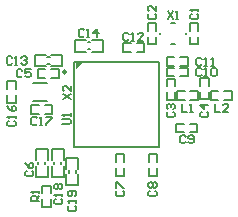
<source format=gto>
G04*
G04 #@! TF.GenerationSoftware,Altium Limited,Altium Designer,19.0.15 (446)*
G04*
G04 Layer_Color=65535*
%FSLAX24Y24*%
%MOIN*%
G70*
G01*
G75*
%ADD10C,0.0098*%
%ADD11C,0.0060*%
%ADD12C,0.0079*%
G36*
X-1181Y1378D02*
X-1378Y1181D01*
Y1378D01*
X-1181Y1378D01*
D02*
G37*
D10*
X-1699Y1083D02*
G03*
X-1699Y1083I-49J0D01*
G01*
D11*
X-2188Y-2963D02*
Y-2717D01*
Y-3406D02*
Y-3159D01*
X-2483Y-2963D02*
Y-2717D01*
Y-3406D02*
Y-3159D01*
Y-3406D02*
X-2188D01*
X-2483Y-2717D02*
X-2188D01*
X1312Y2459D02*
Y2715D01*
Y2006D02*
Y2262D01*
X1037Y2459D02*
Y2715D01*
Y2006D02*
Y2262D01*
Y2006D02*
X1312D01*
X1037Y2715D02*
X1312D01*
X2300Y2337D02*
Y2384D01*
X1812Y2014D02*
X1937D01*
X1449Y2337D02*
Y2384D01*
X1812Y2707D02*
X1937D01*
X2437Y2006D02*
Y2262D01*
Y2459D02*
Y2715D01*
X2712Y2006D02*
Y2262D01*
Y2459D02*
Y2715D01*
X2437D02*
X2712D01*
X2437Y2006D02*
X2712D01*
X2106Y1289D02*
X2362D01*
X1654D02*
X1909D01*
X2106Y1565D02*
X2362D01*
X1654D02*
X1909D01*
X1654Y1289D02*
Y1565D01*
X2362Y1289D02*
Y1565D01*
X207Y2037D02*
X463D01*
X659D02*
X915D01*
X207Y1762D02*
X463D01*
X659D02*
X915D01*
Y2037D01*
X207Y1762D02*
Y2037D01*
X1654Y935D02*
Y1211D01*
X2362Y935D02*
Y1211D01*
X2106Y935D02*
X2362D01*
X1654D02*
X1909D01*
X2106Y1211D02*
X2362D01*
X1654D02*
X1909D01*
X1654Y148D02*
X1930D01*
X1654Y856D02*
X1930D01*
Y601D02*
Y856D01*
Y148D02*
Y404D01*
X1654Y601D02*
Y856D01*
Y148D02*
Y404D01*
X2450Y164D02*
X2706D01*
X1998D02*
X2254D01*
X2450Y440D02*
X2706D01*
X1998D02*
X2254Y440D01*
X1998Y164D02*
Y440D01*
X2706Y164D02*
Y440D01*
X2778Y166D02*
X3054D01*
X2778Y874D02*
X3054D01*
X3054Y618D02*
X3054Y874D01*
Y166D02*
Y422D01*
X2778Y874D02*
X2778Y618D01*
X2778Y166D02*
X2778Y422D01*
X3578Y164D02*
X3834D01*
X3126D02*
X3382D01*
X3578Y440D02*
X3834D01*
X3126D02*
X3382D01*
X3126Y164D02*
Y440D01*
X3834Y164D02*
Y440D01*
X2421Y-925D02*
X2677D01*
X1968D02*
X2224D01*
X2421Y-650D02*
X2677D01*
X1968D02*
X2224D01*
X1968Y-925D02*
Y-650D01*
X2677Y-925D02*
Y-650D01*
X1053Y-2372D02*
X1329D01*
X1053Y-1663D02*
X1329D01*
Y-1919D02*
Y-1663D01*
Y-2372D02*
Y-2116D01*
X1053Y-1919D02*
Y-1663D01*
Y-2372D02*
Y-2116D01*
X-39Y-2372D02*
X236D01*
X-39Y-1663D02*
X236D01*
Y-1919D02*
Y-1663D01*
Y-2372D02*
Y-2116D01*
X-39Y-1919D02*
Y-1663D01*
Y-2372D02*
Y-2116D01*
X-2168Y-2411D02*
X-1774D01*
X-2168Y-1486D02*
X-1774D01*
Y-1850D02*
Y-1486D01*
Y-2411D02*
Y-2047D01*
X-2168Y-1850D02*
Y-1486D01*
Y-2411D02*
Y-2047D01*
X-2700Y-2411D02*
X-2306D01*
X-2700Y-1486D02*
X-2306D01*
Y-1850D02*
Y-1486D01*
Y-2411D02*
Y-2047D01*
X-2700Y-1850D02*
Y-1486D01*
Y-2411D02*
Y-2047D01*
X-2746Y1270D02*
Y1663D01*
X-1821Y1270D02*
Y1663D01*
X-2185Y1270D02*
X-1821D01*
X-2746D02*
X-2382D01*
X-2185Y1663D02*
X-1821D01*
X-2746D02*
X-2382D01*
X-2648Y896D02*
Y1171D01*
X-1939Y896D02*
Y1171D01*
X-2195Y896D02*
X-1939D01*
X-2648D02*
X-2392D01*
X-2195Y1171D02*
X-1939D01*
X-2648D02*
X-2392D01*
X-2865Y-305D02*
Y-30D01*
X-2156Y-305D02*
Y-30D01*
X-2412Y-305D02*
X-2156D01*
X-2865D02*
X-2609D01*
X-2412Y-30D02*
X-2156D01*
X-2865D02*
X-2609D01*
X-3652Y768D02*
X-3377D01*
X-3652Y59D02*
X-3377D01*
X-3652D02*
Y315D01*
Y512D02*
Y768D01*
X-3377Y59D02*
Y315D01*
Y512D02*
Y768D01*
X-1693Y-2697D02*
X-1299D01*
X-1693Y-1772D02*
X-1299D01*
Y-2136D02*
Y-1772D01*
Y-2697D02*
Y-2333D01*
X-1693Y-2136D02*
Y-1772D01*
Y-2697D02*
Y-2333D01*
X-1388Y1762D02*
Y2156D01*
X-463Y1762D02*
Y2156D01*
X-827Y1762D02*
X-463D01*
X-1388D02*
X-1024D01*
X-827Y2156D02*
X-463D01*
X-1388D02*
X-1024D01*
X-2589Y-3231D02*
X-2858D01*
Y-3096D01*
X-2814Y-3051D01*
X-2724D01*
X-2679Y-3096D01*
Y-3231D01*
Y-3141D02*
X-2589Y-3051D01*
Y-2961D02*
Y-2871D01*
Y-2916D01*
X-2858D01*
X-2814Y-2961D01*
X1082Y3011D02*
X1037Y2966D01*
Y2876D01*
X1082Y2831D01*
X1262D01*
X1307Y2876D01*
Y2966D01*
X1262Y3011D01*
X1307Y3280D02*
Y3101D01*
X1127Y3280D01*
X1082D01*
X1037Y3235D01*
Y3146D01*
X1082Y3101D01*
X1687Y3121D02*
X1867Y2851D01*
Y3121D02*
X1687Y2851D01*
X1957D02*
X2047D01*
X2002D01*
Y3121D01*
X1957Y3076D01*
X2492Y3011D02*
X2447Y2966D01*
Y2876D01*
X2492Y2831D01*
X2672D01*
X2717Y2876D01*
Y2966D01*
X2672Y3011D01*
X2717Y3101D02*
Y3191D01*
Y3146D01*
X2447D01*
X2492Y3101D01*
X2827Y1517D02*
X2782Y1562D01*
X2692D01*
X2647Y1517D01*
Y1337D01*
X2692Y1292D01*
X2782D01*
X2827Y1337D01*
X2917Y1292D02*
X3007D01*
X2962D01*
Y1562D01*
X2917Y1517D01*
X3142Y1292D02*
X3232D01*
X3187D01*
Y1562D01*
X3142Y1517D01*
X389Y2348D02*
X344Y2393D01*
X254D01*
X209Y2348D01*
Y2168D01*
X254Y2123D01*
X344D01*
X389Y2168D01*
X479Y2123D02*
X569D01*
X524D01*
Y2393D01*
X479Y2348D01*
X883Y2123D02*
X703D01*
X883Y2303D01*
Y2348D01*
X838Y2393D01*
X748D01*
X703Y2348D01*
X2827Y1167D02*
X2782Y1212D01*
X2692D01*
X2647Y1167D01*
Y987D01*
X2692Y942D01*
X2782D01*
X2827Y987D01*
X2917Y942D02*
X3007D01*
X2962D01*
Y1212D01*
X2917Y1167D01*
X3142D02*
X3187Y1212D01*
X3277D01*
X3322Y1167D01*
Y987D01*
X3277Y942D01*
X3187D01*
X3142Y987D01*
Y1167D01*
X1702Y-250D02*
X1658Y-295D01*
Y-385D01*
X1702Y-430D01*
X1882D01*
X1927Y-385D01*
Y-295D01*
X1882Y-250D01*
X1702Y-160D02*
X1658Y-115D01*
Y-25D01*
X1702Y20D01*
X1747D01*
X1792Y-25D01*
Y-70D01*
Y-25D01*
X1837Y20D01*
X1882D01*
X1927Y-25D01*
Y-115D01*
X1882Y-160D01*
X2167Y20D02*
Y-250D01*
X2347D01*
X2437D02*
X2527D01*
X2482D01*
Y20D01*
X2437Y-25D01*
X2822Y-250D02*
X2778Y-295D01*
Y-385D01*
X2822Y-430D01*
X3002D01*
X3047Y-385D01*
Y-295D01*
X3002Y-250D01*
X3047Y-25D02*
X2778D01*
X2912Y-160D01*
Y20D01*
X3257Y20D02*
Y-250D01*
X3437D01*
X3707D02*
X3527D01*
X3707Y-70D01*
Y-25D01*
X3662Y20D01*
X3572D01*
X3527Y-25D01*
X2290Y-1075D02*
X2245Y-1030D01*
X2155D01*
X2110Y-1075D01*
Y-1255D01*
X2155Y-1300D01*
X2245D01*
X2290Y-1255D01*
X2380D02*
X2425Y-1300D01*
X2515D01*
X2560Y-1255D01*
Y-1075D01*
X2515Y-1030D01*
X2425D01*
X2380Y-1075D01*
Y-1120D01*
X2425Y-1165D01*
X2560D01*
X-1587Y-3370D02*
X-1632Y-3415D01*
Y-3505D01*
X-1587Y-3550D01*
X-1408D01*
X-1363Y-3505D01*
Y-3415D01*
X-1408Y-3370D01*
X-1363Y-3280D02*
Y-3190D01*
Y-3235D01*
X-1632D01*
X-1587Y-3280D01*
X-1408Y-3055D02*
X-1363Y-3010D01*
Y-2920D01*
X-1408Y-2875D01*
X-1587D01*
X-1632Y-2920D01*
Y-3010D01*
X-1587Y-3055D01*
X-1543D01*
X-1498Y-3010D01*
Y-2875D01*
X-2045Y-3150D02*
X-2090Y-3195D01*
Y-3285D01*
X-2045Y-3330D01*
X-1865D01*
X-1820Y-3285D01*
Y-3195D01*
X-1865Y-3150D01*
X-1820Y-3060D02*
Y-2970D01*
Y-3015D01*
X-2090D01*
X-2045Y-3060D01*
Y-2835D02*
X-2090Y-2790D01*
Y-2700D01*
X-2045Y-2655D01*
X-2000D01*
X-1955Y-2700D01*
X-1910Y-2655D01*
X-1865D01*
X-1820Y-2700D01*
Y-2790D01*
X-1865Y-2835D01*
X-1910D01*
X-1955Y-2790D01*
X-2000Y-2835D01*
X-2045D01*
X-1955Y-2790D02*
Y-2700D01*
X-2670Y-465D02*
X-2715Y-420D01*
X-2805D01*
X-2850Y-465D01*
Y-645D01*
X-2805Y-690D01*
X-2715D01*
X-2670Y-645D01*
X-2580Y-690D02*
X-2490D01*
X-2535D01*
Y-420D01*
X-2580Y-465D01*
X-2355Y-420D02*
X-2175D01*
Y-465D01*
X-2355Y-645D01*
Y-690D01*
X-3605Y-550D02*
X-3650Y-595D01*
Y-685D01*
X-3605Y-730D01*
X-3425D01*
X-3380Y-685D01*
Y-595D01*
X-3425Y-550D01*
X-3380Y-460D02*
Y-370D01*
Y-415D01*
X-3650D01*
X-3605Y-460D01*
X-3650Y-55D02*
X-3605Y-145D01*
X-3515Y-235D01*
X-3425D01*
X-3380Y-190D01*
Y-100D01*
X-3425Y-55D01*
X-3470D01*
X-3515Y-100D01*
Y-235D01*
X-3150Y1125D02*
X-3195Y1170D01*
X-3285D01*
X-3330Y1125D01*
Y945D01*
X-3285Y900D01*
X-3195D01*
X-3150Y945D01*
X-2880Y1170D02*
X-3060D01*
Y1035D01*
X-2970Y1080D01*
X-2925D01*
X-2880Y1035D01*
Y945D01*
X-2925Y900D01*
X-3015D01*
X-3060Y945D01*
X-3015Y-2210D02*
X-3060Y-2255D01*
Y-2345D01*
X-3015Y-2390D01*
X-2835D01*
X-2790Y-2345D01*
Y-2255D01*
X-2835Y-2210D01*
X-3060Y-1940D02*
X-3015Y-2030D01*
X-2925Y-2120D01*
X-2835D01*
X-2790Y-2075D01*
Y-1985D01*
X-2835Y-1940D01*
X-2880D01*
X-2925Y-1985D01*
Y-2120D01*
X1095Y-2870D02*
X1050Y-2915D01*
Y-3005D01*
X1095Y-3050D01*
X1275D01*
X1320Y-3005D01*
Y-2915D01*
X1275Y-2870D01*
X1095Y-2780D02*
X1050Y-2735D01*
Y-2645D01*
X1095Y-2600D01*
X1140D01*
X1185Y-2645D01*
X1230Y-2600D01*
X1275D01*
X1320Y-2645D01*
Y-2735D01*
X1275Y-2780D01*
X1230D01*
X1185Y-2735D01*
X1140Y-2780D01*
X1095D01*
X1185Y-2735D02*
Y-2645D01*
X5Y-2870D02*
X-40Y-2915D01*
Y-3005D01*
X5Y-3050D01*
X185D01*
X230Y-3005D01*
Y-2915D01*
X185Y-2870D01*
X-40Y-2780D02*
Y-2600D01*
X5D01*
X185Y-2780D01*
X230D01*
X-1819Y-660D02*
X-1594D01*
X-1549Y-615D01*
Y-525D01*
X-1594Y-480D01*
X-1819D01*
X-1549Y-390D02*
Y-300D01*
Y-345D01*
X-1819D01*
X-1774Y-390D01*
X-1800Y170D02*
X-1530Y350D01*
X-1800D02*
X-1530Y170D01*
Y620D02*
Y440D01*
X-1710Y620D01*
X-1755D01*
X-1800Y575D01*
Y485D01*
X-1755Y440D01*
X-1100Y2475D02*
X-1145Y2520D01*
X-1235D01*
X-1280Y2475D01*
Y2295D01*
X-1235Y2250D01*
X-1145D01*
X-1100Y2295D01*
X-1010Y2250D02*
X-920D01*
X-965D01*
Y2520D01*
X-1010Y2475D01*
X-650Y2250D02*
Y2520D01*
X-785Y2385D01*
X-605D01*
X-3500Y1555D02*
X-3545Y1600D01*
X-3635D01*
X-3680Y1555D01*
Y1375D01*
X-3635Y1330D01*
X-3545D01*
X-3500Y1375D01*
X-3410Y1330D02*
X-3320D01*
X-3365D01*
Y1600D01*
X-3410Y1555D01*
X-3185D02*
X-3140Y1600D01*
X-3050D01*
X-3005Y1555D01*
Y1510D01*
X-3050Y1465D01*
X-3095D01*
X-3050D01*
X-3005Y1420D01*
Y1375D01*
X-3050Y1330D01*
X-3140D01*
X-3185Y1375D01*
D12*
X-1853Y-1988D02*
Y-1909D01*
X-2089Y-1988D02*
Y-1909D01*
X-2385Y-1988D02*
Y-1909D01*
X-2621Y-1988D02*
Y-1909D01*
X-2323Y1348D02*
X-2244D01*
X-2323Y1585D02*
X-2244D01*
X-1378Y-2274D02*
Y-2195D01*
X-1614Y-2274D02*
Y-2195D01*
X-965Y1841D02*
X-886D01*
X-965Y2077D02*
X-886D01*
X-1417Y-1417D02*
Y1417D01*
X1417Y-1417D02*
Y1417D01*
X-1417D02*
X1417D01*
X-1417Y-1417D02*
X1417D01*
X-2806Y108D02*
X-2334D01*
X-2806Y699D02*
X-2334D01*
M02*

</source>
